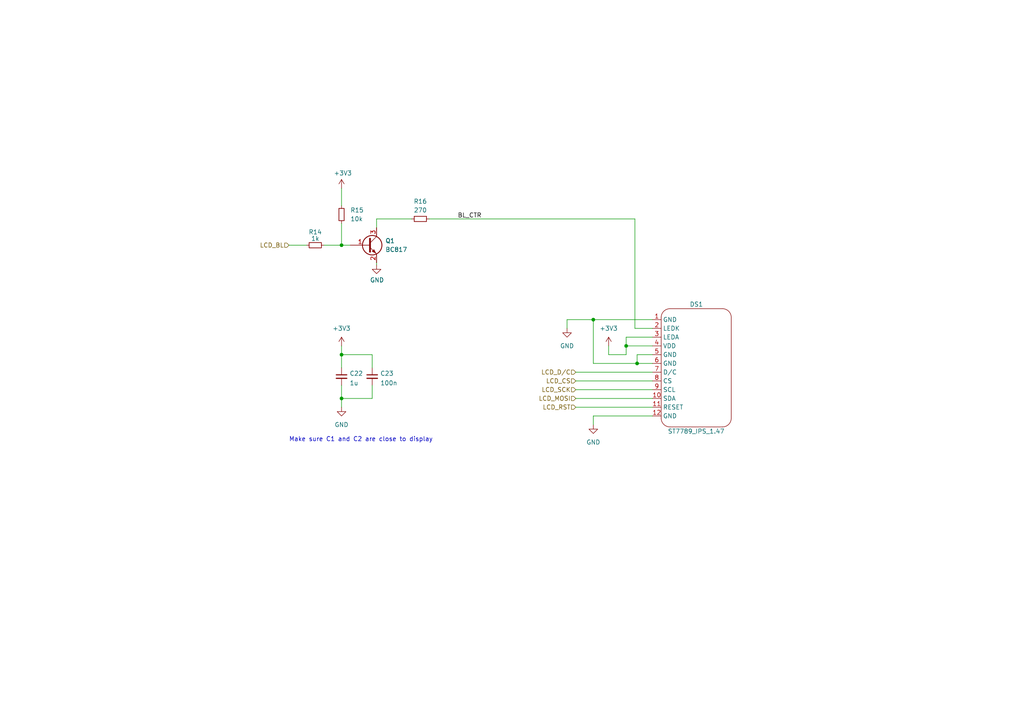
<source format=kicad_sch>
(kicad_sch (version 20230121) (generator eeschema)
  (paper "A4")
  (lib_symbols
    (symbol "Cuprum:ST7789_IPS_1.47"
      (property "Reference" "DS" (at 0 12.065 0))
      (property "Value" "ST7789_IPS_1.47" (at 0 0 0))
      (symbol "ST7789_IPS_1.47_0_1"
        (arc (start -17.1448 -7.6198) (mid -16.4009 -9.4159) (end -14.6048 -10.1598))
        (arc (start -14.6048 10.1598) (mid -16.4009 9.4159) (end -17.1448 7.6198))
        (polyline (pts (xy -17.145 7.62) (xy -17.145 -7.62)))
        (polyline (pts (xy -14.605 -10.16) (xy 14.605 -10.16)))
        (polyline (pts (xy 14.605 10.16) (xy -14.605 10.16)))
        (polyline (pts (xy 17.145 -7.62) (xy 17.145 7.62)))
        (arc (start 14.6048 -10.1598) (mid 16.4009 -9.4159) (end 17.1448 -7.6198))
        (arc (start 17.145 7.62) (mid 16.4011 9.4161) (end 14.605 10.16))
      )
      (symbol "ST7789_IPS_1.47_1_1"
        (pin input line (at -13.97 -12.7 90) (length 2.54) (name "GND") (number "1"))
        (pin input line (at 8.89 -12.7 90) (length 2.54) (name "SDA") (number "10"))
        (pin input line (at 11.43 -12.7 90) (length 2.54) (name "RESET") (number "11"))
        (pin input line (at 13.97 -12.7 90) (length 2.54) (name "GND") (number "12"))
        (pin input line (at -11.43 -12.7 90) (length 2.54) (name "LEDK") (number "2"))
        (pin input line (at -8.89 -12.7 90) (length 2.54) (name "LEDA") (number "3"))
        (pin input line (at -6.35 -12.7 90) (length 2.54) (name "VDD") (number "4"))
        (pin input line (at -3.81 -12.7 90) (length 2.54) (name "GND") (number "5"))
        (pin input line (at -1.27 -12.7 90) (length 2.54) (name "GND") (number "6"))
        (pin input line (at 1.27 -12.7 90) (length 2.54) (name "D/C") (number "7"))
        (pin input line (at 3.81 -12.7 90) (length 2.54) (name "CS") (number "8"))
        (pin input line (at 6.35 -12.7 90) (length 2.54) (name "SCL") (number "9"))
      )
    )
    (symbol "Device:C_Small" (pin_numbers hide) (pin_names (offset 0.254) hide)
      (property "Reference" "C" (at 0.254 1.778 0))
      (property "Value" "C_Small" (at 0.254 -2.032 0))
      (symbol "C_Small_0_1"
        (polyline (pts (xy -1.524 -0.508) (xy 1.524 -0.508)) (stroke (width 0.3302)))
        (polyline (pts (xy -1.524 0.508) (xy 1.524 0.508)) (stroke (width 0.3048)))
      )
      (symbol "C_Small_1_1"
        (pin passive line (at 0 2.54 270) (length 2.032) (name "~") (number "1"))
        (pin passive line (at 0 -2.54 90) (length 2.032) (name "~") (number "2"))
      )
    )
    (symbol "Device:R_Small" (pin_numbers hide) (pin_names (offset 0.254) hide)
      (property "Reference" "R" (at 0.762 0.508 0))
      (property "Value" "R_Small" (at 0.762 -1.016 0))
      (symbol "R_Small_0_1"
        (rectangle (start -0.762 1.778) (end 0.762 -1.778) (stroke (width 0.2032)))
      )
      (symbol "R_Small_1_1"
        (pin passive line (at 0 2.54 270) (length 0.762) (name "~") (number "1"))
        (pin passive line (at 0 -2.54 90) (length 0.762) (name "~") (number "2"))
      )
    )
    (symbol "Transistor_BJT:BC817" (pin_names (offset 0) hide)
      (property "Reference" "Q" (at 5.08 1.905 0))
      (property "Value" "BC817" (at 5.08 0 0))
      (symbol "BC817_0_1"
        (polyline (pts (xy 0.635 0.635) (xy 2.54 2.54)))
        (polyline (pts (xy 0.635 -0.635) (xy 2.54 -2.54) (xy 2.54 -2.54)))
        (polyline (pts (xy 0.635 1.905) (xy 0.635 -1.905) (xy 0.635 -1.905)) (stroke (width 0.508)))
        (polyline (pts (xy 1.27 -1.778) (xy 1.778 -1.27) (xy 2.286 -2.286) (xy 1.27 -1.778) (xy 1.27 -1.778)) (fill (type outline)))
        (circle (center 1.27 0) (radius 2.8194) (stroke (width 0.254)))
      )
      (symbol "BC817_1_1"
        (pin input line (at -5.08 0 0) (length 5.715) (name "B") (number "1"))
        (pin passive line (at 2.54 -5.08 90) (length 2.54) (name "E") (number "2"))
        (pin passive line (at 2.54 5.08 270) (length 2.54) (name "C") (number "3"))
      )
    )
    (symbol "power:+3V3" (power) (pin_names (offset 0))
      (property "Value" "+3V3" (at 0 3.556 0))
      (symbol "+3V3_0_1"
        (polyline (pts (xy -0.762 1.27) (xy 0 2.54)))
        (polyline (pts (xy 0 0) (xy 0 2.54)))
        (polyline (pts (xy 0 2.54) (xy 0.762 1.27)))
      )
      (symbol "+3V3_1_1"
        (pin power_in line (at 0 0 90) (length 0) hide (name "+3V3") (number "1"))
      )
    )
    (symbol "power:GND" (power) (pin_names (offset 0))
      (property "Value" "GND" (at 0 -3.81 0))
      (symbol "GND_0_1"
        (polyline (pts (xy 0 0) (xy 0 -1.27) (xy 1.27 -1.27) (xy 0 -2.54) (xy -1.27 -1.27) (xy 0 -1.27)))
      )
      (symbol "GND_1_1"
        (pin power_in line (at 0 0 270) (length 0) hide (name "GND") (number "1"))
      )
    )
  )
  (junction (at 99.06 115.57))
  (junction (at 99.06 71.12))
  (junction (at 184.785 105.41))
  (junction (at 99.06 102.87))
  (junction (at 181.61 100.33))
  (junction (at 172.085 92.71))
  (wire (pts (xy 99.06 102.87) (xy 99.06 106.68)))
  (wire (pts (xy 164.465 92.71) (xy 164.465 95.25)))
  (wire (pts (xy 107.95 102.87) (xy 99.06 102.87)))
  (wire (pts (xy 83.82 71.12) (xy 88.9 71.12)))
  (wire (pts (xy 99.06 115.57) (xy 107.95 115.57)))
  (wire (pts (xy 107.95 102.87) (xy 107.95 106.68)))
  (wire (pts (xy 181.61 100.33) (xy 189.23 100.33)))
  (wire (pts (xy 181.61 97.79) (xy 181.61 100.33)))
  (wire (pts (xy 189.23 95.25) (xy 184.15 95.25)))
  (wire (pts (xy 167.005 118.11) (xy 189.23 118.11)))
  (wire (pts (xy 99.06 115.57) (xy 99.06 118.11)))
  (wire (pts (xy 107.95 111.76) (xy 107.95 115.57)))
  (wire (pts (xy 109.22 63.5) (xy 109.22 66.04)))
  (wire (pts (xy 109.22 63.5) (xy 119.38 63.5)))
  (wire (pts (xy 99.06 71.12) (xy 101.6 71.12)))
  (wire (pts (xy 181.61 97.79) (xy 189.23 97.79)))
  (wire (pts (xy 99.06 100.33) (xy 99.06 102.87)))
  (wire (pts (xy 93.98 71.12) (xy 99.06 71.12)))
  (wire (pts (xy 164.465 92.71) (xy 172.085 92.71)))
  (wire (pts (xy 167.005 107.95) (xy 189.23 107.95)))
  (wire (pts (xy 99.06 111.76) (xy 99.06 115.57)))
  (wire (pts (xy 189.23 120.65) (xy 172.085 120.65)))
  (wire (pts (xy 172.085 92.71) (xy 189.23 92.71)))
  (wire (pts (xy 184.785 102.87) (xy 184.785 105.41)))
  (wire (pts (xy 167.005 115.57) (xy 189.23 115.57)))
  (wire (pts (xy 99.06 54.61) (xy 99.06 59.69)))
  (wire (pts (xy 176.53 102.87) (xy 176.53 100.33)))
  (wire (pts (xy 99.06 64.77) (xy 99.06 71.12)))
  (wire (pts (xy 109.22 76.835) (xy 109.22 76.2)))
  (wire (pts (xy 184.785 105.41) (xy 189.23 105.41)))
  (wire (pts (xy 167.005 113.03) (xy 189.23 113.03)))
  (wire (pts (xy 124.46 63.5) (xy 184.15 63.5)))
  (wire (pts (xy 167.005 110.49) (xy 189.23 110.49)))
  (wire (pts (xy 172.085 92.71) (xy 172.085 105.41)))
  (wire (pts (xy 184.785 105.41) (xy 172.085 105.41)))
  (wire (pts (xy 172.085 120.65) (xy 172.085 123.19)))
  (wire (pts (xy 184.15 95.25) (xy 184.15 63.5)))
  (wire (pts (xy 181.61 102.87) (xy 181.61 100.33)))
  (wire (pts (xy 176.53 102.87) (xy 181.61 102.87)))
  (wire (pts (xy 189.23 102.87) (xy 184.785 102.87)))
  (text "Make sure C1 and C2 are close to display" (at 83.82 128.27 0) (effects (font (size 1.27 1.27)) (justify left bottom)))
  (label "BL_CTR" (at 139.7 63.5 180))
  (hierarchical_label "LCD_RST" (shape input) (at 167.005 118.11 180))
  (hierarchical_label "LCD_SCK" (shape input) (at 167.005 113.03 180))
  (hierarchical_label "LCD_MOSI" (shape input) (at 167.005 115.57 180))
  (hierarchical_label "LCD_D{slash}C" (shape input) (at 167.005 107.95 180))
  (hierarchical_label "LCD_BL" (shape input) (at 83.82 71.12 180))
  (hierarchical_label "LCD_CS" (shape input) (at 167.005 110.49 180))
  (symbol (lib_id "power:+3V3") (at 99.06 54.61 0) (unit 1)
    (property "Reference" "#PWR039" (effects hide))
    (property "Value" "+3V3" (at 99.441 50.2158 0))
    (instances (project "Reflow Oven" (path "" (reference "#PWR039") (unit 1))) (project "USB-PD" (path "" (reference "#PWR?") (unit 1)) (path "" (reference "#PWR01") (unit 1))))
  )
  (symbol (lib_id "power:GND") (at 164.465 95.25 0) (unit 1)
    (property "Reference" "#PWR043" (effects hide))
    (property "Value" "GND" (at 164.465 100.33 0))
    (instances (project "Reflow Oven" (path "" (reference "#PWR043") (unit 1))) (project "USB-PD" (path "" (reference "#PWR?") (unit 1)) (path "" (reference "#PWR047") (unit 1))))
  )
  (symbol (lib_id "Device:R_Small") (at 99.06 62.23 180) (unit 1)
    (property "Reference" "R15" (at 101.6 60.9599 0) (effects (justify right)))
    (property "Value" "10k" (at 101.6 63.4999 0) (effects (justify right)))
    (property "Footprint" "Cuprum:R_0603_1608Metric" (effects hide))
    (instances (project "Reflow Oven" (path "" (reference "R15") (unit 1))) (project "USB-PD" (path "" (reference "R?") (unit 1)) (path "" (reference "R5") (unit 1))))
  )
  (symbol (lib_id "power:GND") (at 109.22 76.835 0) (unit 1)
    (property "Reference" "#PWR042" (effects hide))
    (property "Value" "GND" (at 109.347 81.2292 0))
    (instances (project "Reflow Oven" (path "" (reference "#PWR042") (unit 1))) (project "USB-PD" (path "" (reference "#PWR?") (unit 1)) (path "" (reference "#PWR03") (unit 1))))
  )
  (symbol (lib_id "Cuprum:ST7789_IPS_1.47") (at 201.93 106.68 270) (unit 1)
    (property "Reference" "DS1" (at 200.025 88.265 90) (effects (justify left)))
    (property "Value" "ST7789_IPS_1.47" (at 193.675 125.095 90) (effects (justify left)))
    (property "Footprint" "KiCAD Library:1.47 inch 12PIN ST7789" (effects hide))
    (instances (project "Reflow Oven" (path "" (reference "DS1") (unit 1))) (project "USB-PD" (path "" (reference "DS?") (unit 1)) (path "" (reference "DS1") (unit 1))))
  )
  (symbol (lib_id "Device:C_Small") (at 107.95 109.22 0) (unit 1)
    (property "Reference" "C23" (at 110.2741 108.3178 0) (effects (justify left)))
    (property "Value" "100n" (at 110.2741 111.0929 0) (effects (justify left)))
    (property "Footprint" "KiCAD Library:C_0603_1608Metric" (effects hide))
    (instances (project "Reflow Oven" (path "" (reference "C23") (unit 1))) (project "USB-PD" (path "" (reference "C?") (unit 1)) (path "" (reference "C2") (unit 1))))
  )
  (symbol (lib_id "power:GND") (at 172.085 123.19 0) (unit 1)
    (property "Reference" "#PWR044" (effects hide))
    (property "Value" "GND" (at 172.085 128.27 0))
    (instances (project "Reflow Oven" (path "" (reference "#PWR044") (unit 1))) (project "USB-PD" (path "" (reference "#PWR?") (unit 1)) (path "" (reference "#PWR04") (unit 1))))
  )
  (symbol (lib_id "Transistor_BJT:BC817") (at 106.68 71.12 0) (unit 1)
    (property "Reference" "Q1" (at 111.76 69.8499 0) (effects (justify left)))
    (property "Value" "BC817" (at 111.76 72.3899 0) (effects (justify left)))
    (property "Footprint" "Package_TO_SOT_SMD:SOT-23" (effects hide))
    (property "Datasheet" "https://www.onsemi.com/pub/Collateral/BC818-D.pdf" (effects hide))
    (instances (project "Reflow Oven" (path "" (reference "Q1") (unit 1))) (project "USB-PD" (path "" (reference "Q?") (unit 1)) (path "" (reference "Q2") (unit 1))))
  )
  (symbol (lib_id "Device:R_Small") (at 91.44 71.12 90) (unit 1)
    (property "Reference" "R14" (at 91.44 67.31 90))
    (property "Value" "1k" (at 91.44 69.192 90))
    (property "Footprint" "Cuprum:R_0603_1608Metric" (effects hide))
    (instances (project "Reflow Oven" (path "" (reference "R14") (unit 1))) (project "USB-PD" (path "" (reference "R?") (unit 1)) (path "" (reference "R4") (unit 1))))
  )
  (symbol (lib_id "Device:C_Small") (at 99.06 109.22 0) (unit 1)
    (property "Reference" "C22" (at 101.3841 108.3178 0) (effects (justify left)))
    (property "Value" "1u" (at 101.3841 111.0929 0) (effects (justify left)))
    (property "Footprint" "KiCAD Library:C_0603_1608Metric" (effects hide))
    (instances (project "Reflow Oven" (path "" (reference "C22") (unit 1))) (project "USB-PD" (path "" (reference "C?") (unit 1)) (path "" (reference "C1") (unit 1))))
  )
  (symbol (lib_id "power:GND") (at 99.06 118.11 0) (unit 1)
    (property "Reference" "#PWR041" (effects hide))
    (property "Value" "GND" (at 99.06 123.19 0))
    (instances (project "Reflow Oven" (path "" (reference "#PWR041") (unit 1))) (project "USB-PD" (path "" (reference "#PWR?") (unit 1)) (path "" (reference "#PWR02") (unit 1))))
  )
  (symbol (lib_id "power:+3V3") (at 99.06 100.33 0) (unit 1)
    (property "Reference" "#PWR040" (effects hide))
    (property "Value" "+3V3" (at 99.06 95.25 0))
    (instances (project "Reflow Oven" (path "" (reference "#PWR040") (unit 1))) (project "USB-PD" (path "" (reference "#PWR?") (unit 1)) (path "" (reference "#PWR046") (unit 1))))
  )
  (symbol (lib_id "power:+3V3") (at 176.53 100.33 0) (unit 1)
    (property "Reference" "#PWR045" (effects hide))
    (property "Value" "+3V3" (at 176.53 95.25 0))
    (instances (project "Reflow Oven" (path "" (reference "#PWR045") (unit 1))) (project "USB-PD" (path "" (reference "#PWR?") (unit 1)) (path "" (reference "#PWR022") (unit 1))))
  )
  (symbol (lib_id "Device:R_Small") (at 121.92 63.5 270) (unit 1)
    (property "Reference" "R16" (at 121.92 58.42 90))
    (property "Value" "270" (at 121.92 60.96 90))
    (property "Footprint" "Cuprum:R_0603_1608Metric" (effects hide))
    (instances (project "Reflow Oven" (path "" (reference "R16") (unit 1))) (project "USB-PD" (path "" (reference "R?") (unit 1)) (path "" (reference "R7") (unit 1))))
  )
)
</source>
